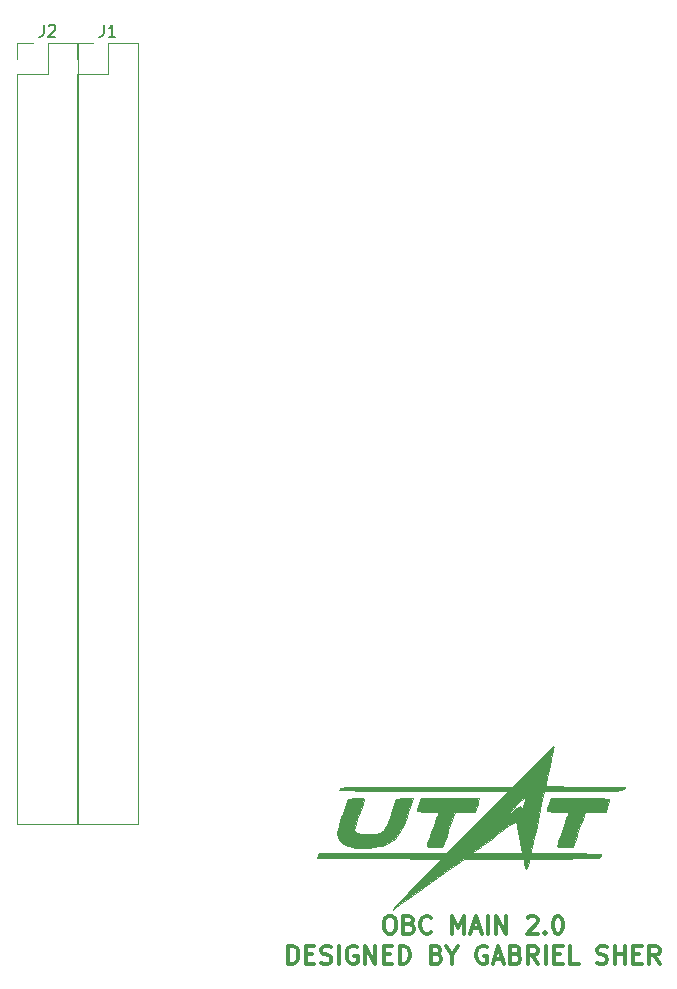
<source format=gbr>
G04 #@! TF.FileFunction,Legend,Top*
%FSLAX46Y46*%
G04 Gerber Fmt 4.6, Leading zero omitted, Abs format (unit mm)*
G04 Created by KiCad (PCBNEW 4.0.7) date 02/17/18 20:59:13*
%MOMM*%
%LPD*%
G01*
G04 APERTURE LIST*
%ADD10C,0.100000*%
%ADD11C,0.300000*%
%ADD12C,0.120000*%
%ADD13C,0.010000*%
%ADD14C,0.150000*%
G04 APERTURE END LIST*
D10*
D11*
X135710714Y-134653571D02*
X135996428Y-134653571D01*
X136139286Y-134725000D01*
X136282143Y-134867857D01*
X136353571Y-135153571D01*
X136353571Y-135653571D01*
X136282143Y-135939286D01*
X136139286Y-136082143D01*
X135996428Y-136153571D01*
X135710714Y-136153571D01*
X135567857Y-136082143D01*
X135425000Y-135939286D01*
X135353571Y-135653571D01*
X135353571Y-135153571D01*
X135425000Y-134867857D01*
X135567857Y-134725000D01*
X135710714Y-134653571D01*
X137496429Y-135367857D02*
X137710715Y-135439286D01*
X137782143Y-135510714D01*
X137853572Y-135653571D01*
X137853572Y-135867857D01*
X137782143Y-136010714D01*
X137710715Y-136082143D01*
X137567857Y-136153571D01*
X136996429Y-136153571D01*
X136996429Y-134653571D01*
X137496429Y-134653571D01*
X137639286Y-134725000D01*
X137710715Y-134796429D01*
X137782143Y-134939286D01*
X137782143Y-135082143D01*
X137710715Y-135225000D01*
X137639286Y-135296429D01*
X137496429Y-135367857D01*
X136996429Y-135367857D01*
X139353572Y-136010714D02*
X139282143Y-136082143D01*
X139067857Y-136153571D01*
X138925000Y-136153571D01*
X138710715Y-136082143D01*
X138567857Y-135939286D01*
X138496429Y-135796429D01*
X138425000Y-135510714D01*
X138425000Y-135296429D01*
X138496429Y-135010714D01*
X138567857Y-134867857D01*
X138710715Y-134725000D01*
X138925000Y-134653571D01*
X139067857Y-134653571D01*
X139282143Y-134725000D01*
X139353572Y-134796429D01*
X141139286Y-136153571D02*
X141139286Y-134653571D01*
X141639286Y-135725000D01*
X142139286Y-134653571D01*
X142139286Y-136153571D01*
X142782143Y-135725000D02*
X143496429Y-135725000D01*
X142639286Y-136153571D02*
X143139286Y-134653571D01*
X143639286Y-136153571D01*
X144139286Y-136153571D02*
X144139286Y-134653571D01*
X144853572Y-136153571D02*
X144853572Y-134653571D01*
X145710715Y-136153571D01*
X145710715Y-134653571D01*
X147496429Y-134796429D02*
X147567858Y-134725000D01*
X147710715Y-134653571D01*
X148067858Y-134653571D01*
X148210715Y-134725000D01*
X148282144Y-134796429D01*
X148353572Y-134939286D01*
X148353572Y-135082143D01*
X148282144Y-135296429D01*
X147425001Y-136153571D01*
X148353572Y-136153571D01*
X148996429Y-136010714D02*
X149067857Y-136082143D01*
X148996429Y-136153571D01*
X148925000Y-136082143D01*
X148996429Y-136010714D01*
X148996429Y-136153571D01*
X149996429Y-134653571D02*
X150139286Y-134653571D01*
X150282143Y-134725000D01*
X150353572Y-134796429D01*
X150425001Y-134939286D01*
X150496429Y-135225000D01*
X150496429Y-135582143D01*
X150425001Y-135867857D01*
X150353572Y-136010714D01*
X150282143Y-136082143D01*
X150139286Y-136153571D01*
X149996429Y-136153571D01*
X149853572Y-136082143D01*
X149782143Y-136010714D01*
X149710715Y-135867857D01*
X149639286Y-135582143D01*
X149639286Y-135225000D01*
X149710715Y-134939286D01*
X149782143Y-134796429D01*
X149853572Y-134725000D01*
X149996429Y-134653571D01*
X127246429Y-138703571D02*
X127246429Y-137203571D01*
X127603572Y-137203571D01*
X127817857Y-137275000D01*
X127960715Y-137417857D01*
X128032143Y-137560714D01*
X128103572Y-137846429D01*
X128103572Y-138060714D01*
X128032143Y-138346429D01*
X127960715Y-138489286D01*
X127817857Y-138632143D01*
X127603572Y-138703571D01*
X127246429Y-138703571D01*
X128746429Y-137917857D02*
X129246429Y-137917857D01*
X129460715Y-138703571D02*
X128746429Y-138703571D01*
X128746429Y-137203571D01*
X129460715Y-137203571D01*
X130032143Y-138632143D02*
X130246429Y-138703571D01*
X130603572Y-138703571D01*
X130746429Y-138632143D01*
X130817858Y-138560714D01*
X130889286Y-138417857D01*
X130889286Y-138275000D01*
X130817858Y-138132143D01*
X130746429Y-138060714D01*
X130603572Y-137989286D01*
X130317858Y-137917857D01*
X130175000Y-137846429D01*
X130103572Y-137775000D01*
X130032143Y-137632143D01*
X130032143Y-137489286D01*
X130103572Y-137346429D01*
X130175000Y-137275000D01*
X130317858Y-137203571D01*
X130675000Y-137203571D01*
X130889286Y-137275000D01*
X131532143Y-138703571D02*
X131532143Y-137203571D01*
X133032143Y-137275000D02*
X132889286Y-137203571D01*
X132675000Y-137203571D01*
X132460715Y-137275000D01*
X132317857Y-137417857D01*
X132246429Y-137560714D01*
X132175000Y-137846429D01*
X132175000Y-138060714D01*
X132246429Y-138346429D01*
X132317857Y-138489286D01*
X132460715Y-138632143D01*
X132675000Y-138703571D01*
X132817857Y-138703571D01*
X133032143Y-138632143D01*
X133103572Y-138560714D01*
X133103572Y-138060714D01*
X132817857Y-138060714D01*
X133746429Y-138703571D02*
X133746429Y-137203571D01*
X134603572Y-138703571D01*
X134603572Y-137203571D01*
X135317858Y-137917857D02*
X135817858Y-137917857D01*
X136032144Y-138703571D02*
X135317858Y-138703571D01*
X135317858Y-137203571D01*
X136032144Y-137203571D01*
X136675001Y-138703571D02*
X136675001Y-137203571D01*
X137032144Y-137203571D01*
X137246429Y-137275000D01*
X137389287Y-137417857D01*
X137460715Y-137560714D01*
X137532144Y-137846429D01*
X137532144Y-138060714D01*
X137460715Y-138346429D01*
X137389287Y-138489286D01*
X137246429Y-138632143D01*
X137032144Y-138703571D01*
X136675001Y-138703571D01*
X139817858Y-137917857D02*
X140032144Y-137989286D01*
X140103572Y-138060714D01*
X140175001Y-138203571D01*
X140175001Y-138417857D01*
X140103572Y-138560714D01*
X140032144Y-138632143D01*
X139889286Y-138703571D01*
X139317858Y-138703571D01*
X139317858Y-137203571D01*
X139817858Y-137203571D01*
X139960715Y-137275000D01*
X140032144Y-137346429D01*
X140103572Y-137489286D01*
X140103572Y-137632143D01*
X140032144Y-137775000D01*
X139960715Y-137846429D01*
X139817858Y-137917857D01*
X139317858Y-137917857D01*
X141103572Y-137989286D02*
X141103572Y-138703571D01*
X140603572Y-137203571D02*
X141103572Y-137989286D01*
X141603572Y-137203571D01*
X144032143Y-137275000D02*
X143889286Y-137203571D01*
X143675000Y-137203571D01*
X143460715Y-137275000D01*
X143317857Y-137417857D01*
X143246429Y-137560714D01*
X143175000Y-137846429D01*
X143175000Y-138060714D01*
X143246429Y-138346429D01*
X143317857Y-138489286D01*
X143460715Y-138632143D01*
X143675000Y-138703571D01*
X143817857Y-138703571D01*
X144032143Y-138632143D01*
X144103572Y-138560714D01*
X144103572Y-138060714D01*
X143817857Y-138060714D01*
X144675000Y-138275000D02*
X145389286Y-138275000D01*
X144532143Y-138703571D02*
X145032143Y-137203571D01*
X145532143Y-138703571D01*
X146532143Y-137917857D02*
X146746429Y-137989286D01*
X146817857Y-138060714D01*
X146889286Y-138203571D01*
X146889286Y-138417857D01*
X146817857Y-138560714D01*
X146746429Y-138632143D01*
X146603571Y-138703571D01*
X146032143Y-138703571D01*
X146032143Y-137203571D01*
X146532143Y-137203571D01*
X146675000Y-137275000D01*
X146746429Y-137346429D01*
X146817857Y-137489286D01*
X146817857Y-137632143D01*
X146746429Y-137775000D01*
X146675000Y-137846429D01*
X146532143Y-137917857D01*
X146032143Y-137917857D01*
X148389286Y-138703571D02*
X147889286Y-137989286D01*
X147532143Y-138703571D02*
X147532143Y-137203571D01*
X148103571Y-137203571D01*
X148246429Y-137275000D01*
X148317857Y-137346429D01*
X148389286Y-137489286D01*
X148389286Y-137703571D01*
X148317857Y-137846429D01*
X148246429Y-137917857D01*
X148103571Y-137989286D01*
X147532143Y-137989286D01*
X149032143Y-138703571D02*
X149032143Y-137203571D01*
X149746429Y-137917857D02*
X150246429Y-137917857D01*
X150460715Y-138703571D02*
X149746429Y-138703571D01*
X149746429Y-137203571D01*
X150460715Y-137203571D01*
X151817858Y-138703571D02*
X151103572Y-138703571D01*
X151103572Y-137203571D01*
X153389286Y-138632143D02*
X153603572Y-138703571D01*
X153960715Y-138703571D01*
X154103572Y-138632143D01*
X154175001Y-138560714D01*
X154246429Y-138417857D01*
X154246429Y-138275000D01*
X154175001Y-138132143D01*
X154103572Y-138060714D01*
X153960715Y-137989286D01*
X153675001Y-137917857D01*
X153532143Y-137846429D01*
X153460715Y-137775000D01*
X153389286Y-137632143D01*
X153389286Y-137489286D01*
X153460715Y-137346429D01*
X153532143Y-137275000D01*
X153675001Y-137203571D01*
X154032143Y-137203571D01*
X154246429Y-137275000D01*
X154889286Y-138703571D02*
X154889286Y-137203571D01*
X154889286Y-137917857D02*
X155746429Y-137917857D01*
X155746429Y-138703571D02*
X155746429Y-137203571D01*
X156460715Y-137917857D02*
X156960715Y-137917857D01*
X157175001Y-138703571D02*
X156460715Y-138703571D01*
X156460715Y-137203571D01*
X157175001Y-137203571D01*
X158675001Y-138703571D02*
X158175001Y-137989286D01*
X157817858Y-138703571D02*
X157817858Y-137203571D01*
X158389286Y-137203571D01*
X158532144Y-137275000D01*
X158603572Y-137346429D01*
X158675001Y-137489286D01*
X158675001Y-137703571D01*
X158603572Y-137846429D01*
X158532144Y-137917857D01*
X158389286Y-137989286D01*
X157817858Y-137989286D01*
D12*
X109340000Y-126910000D02*
X114540000Y-126910000D01*
X109340000Y-63350000D02*
X109340000Y-126910000D01*
X114540000Y-60750000D02*
X114540000Y-126910000D01*
X109340000Y-63350000D02*
X111940000Y-63350000D01*
X111940000Y-63350000D02*
X111940000Y-60750000D01*
X111940000Y-60750000D02*
X114540000Y-60750000D01*
X109340000Y-62080000D02*
X109340000Y-60750000D01*
X109340000Y-60750000D02*
X110670000Y-60750000D01*
X104260000Y-126910000D02*
X109460000Y-126910000D01*
X104260000Y-63350000D02*
X104260000Y-126910000D01*
X109460000Y-60750000D02*
X109460000Y-126910000D01*
X104260000Y-63350000D02*
X106860000Y-63350000D01*
X106860000Y-63350000D02*
X106860000Y-60750000D01*
X106860000Y-60750000D02*
X109460000Y-60750000D01*
X104260000Y-62080000D02*
X104260000Y-60750000D01*
X104260000Y-60750000D02*
X105590000Y-60750000D01*
D13*
G36*
X149690519Y-120280565D02*
X149703382Y-120328558D01*
X149696586Y-120441434D01*
X149666722Y-120637216D01*
X149610384Y-120933924D01*
X149524165Y-121349579D01*
X149404658Y-121902204D01*
X149259965Y-122557977D01*
X149172085Y-122960042D01*
X149100500Y-123299134D01*
X149052875Y-123538140D01*
X149036806Y-123638359D01*
X149121807Y-123655090D01*
X149364040Y-123670518D01*
X149744353Y-123684215D01*
X150243590Y-123695754D01*
X150842597Y-123704706D01*
X151522222Y-123710645D01*
X152263308Y-123713143D01*
X152388195Y-123713195D01*
X153137392Y-123714872D01*
X153828180Y-123719653D01*
X154441416Y-123727158D01*
X154957956Y-123737011D01*
X155358656Y-123748832D01*
X155624372Y-123762245D01*
X155735961Y-123776871D01*
X155738233Y-123779340D01*
X155729670Y-123850726D01*
X155696384Y-123909217D01*
X155622189Y-123956244D01*
X155490893Y-123993235D01*
X155286309Y-124021621D01*
X154992247Y-124042832D01*
X154592518Y-124058297D01*
X154070934Y-124069446D01*
X153411305Y-124077710D01*
X152597442Y-124084517D01*
X152255435Y-124086943D01*
X148912656Y-124110070D01*
X148678537Y-125168403D01*
X148462718Y-126146992D01*
X148273890Y-127009329D01*
X148113992Y-127746342D01*
X147984966Y-128348956D01*
X147888750Y-128808101D01*
X147827287Y-129114702D01*
X147802515Y-129259687D01*
X147802083Y-129266900D01*
X147890182Y-129295455D01*
X148154259Y-129318642D01*
X148593985Y-129336454D01*
X149209030Y-129348879D01*
X149999064Y-129355908D01*
X150756597Y-129357639D01*
X151525074Y-129359984D01*
X152203056Y-129366731D01*
X152774755Y-129377446D01*
X153224384Y-129391698D01*
X153536155Y-129409053D01*
X153694279Y-129429079D01*
X153711111Y-129438620D01*
X153709219Y-129533939D01*
X153692088Y-129610748D01*
X153642532Y-129671045D01*
X153543368Y-129716828D01*
X153377411Y-129750094D01*
X153127477Y-129772842D01*
X152776381Y-129787069D01*
X152306939Y-129794774D01*
X151701967Y-129797955D01*
X150944280Y-129798609D01*
X150614870Y-129798611D01*
X149773866Y-129799974D01*
X149095028Y-129804411D01*
X148564148Y-129812446D01*
X148167022Y-129824603D01*
X147889444Y-129841406D01*
X147717208Y-129863379D01*
X147636108Y-129891045D01*
X147625203Y-129908854D01*
X147599443Y-130099285D01*
X147537548Y-130331547D01*
X147460605Y-130542286D01*
X147389701Y-130668152D01*
X147368328Y-130680556D01*
X147316441Y-130601505D01*
X147263296Y-130399317D01*
X147237144Y-130239583D01*
X147178647Y-129798611D01*
X142136836Y-129798611D01*
X140978661Y-130620652D01*
X140480517Y-130975666D01*
X139900901Y-131391033D01*
X139300717Y-131822980D01*
X138740867Y-132227731D01*
X138555231Y-132362492D01*
X137807608Y-132905002D01*
X137198640Y-133344707D01*
X136725248Y-133683798D01*
X136384354Y-133924467D01*
X136172877Y-134068906D01*
X136087739Y-134119306D01*
X136086921Y-134119397D01*
X136081063Y-134057617D01*
X136086921Y-134039494D01*
X136153776Y-133959384D01*
X136329952Y-133769224D01*
X136600714Y-133484351D01*
X136951324Y-133120101D01*
X137367043Y-132691813D01*
X137833135Y-132214823D01*
X138162533Y-131879417D01*
X140208747Y-129799985D01*
X134933324Y-129777249D01*
X129657901Y-129754514D01*
X129731317Y-129556076D01*
X129804733Y-129357639D01*
X140638835Y-129357639D01*
X142741096Y-129357639D01*
X147062672Y-129357639D01*
X146802039Y-128012674D01*
X146711151Y-127549274D01*
X146630988Y-127151089D01*
X146567810Y-126848408D01*
X146527882Y-126671522D01*
X146517950Y-126638625D01*
X146442888Y-126677936D01*
X146251269Y-126805479D01*
X145967913Y-127004007D01*
X145617642Y-127256273D01*
X145406449Y-127410950D01*
X144942261Y-127752250D01*
X144447507Y-128115021D01*
X143976629Y-128459402D01*
X143584066Y-128745535D01*
X143529749Y-128784999D01*
X142741096Y-129357639D01*
X140638835Y-129357639D01*
X143245787Y-126733854D01*
X143882419Y-126093111D01*
X145780083Y-126093111D01*
X145781570Y-126094444D01*
X145871557Y-126045577D01*
X146060513Y-125917581D01*
X146302778Y-125741667D01*
X146551945Y-125562653D01*
X146746289Y-125435693D01*
X146841930Y-125388889D01*
X146916764Y-125461931D01*
X146970152Y-125583917D01*
X147010857Y-125652680D01*
X147060201Y-125597424D01*
X147127792Y-125400032D01*
X147191257Y-125167018D01*
X147266355Y-124865106D01*
X147315858Y-124639872D01*
X147330074Y-124535836D01*
X147329150Y-124533780D01*
X147262809Y-124584337D01*
X147096833Y-124737763D01*
X146855272Y-124971169D01*
X146562173Y-125261663D01*
X146520515Y-125303456D01*
X146228432Y-125600476D01*
X145993162Y-125846616D01*
X145836461Y-126018589D01*
X145780083Y-126093111D01*
X143882419Y-126093111D01*
X145852739Y-124110070D01*
X138713522Y-124087502D01*
X137608506Y-124083219D01*
X136555839Y-124077600D01*
X135568642Y-124070807D01*
X134660035Y-124063004D01*
X133843139Y-124054352D01*
X133131074Y-124045012D01*
X132536960Y-124035148D01*
X132073918Y-124024921D01*
X131755068Y-124014494D01*
X131593530Y-124004028D01*
X131575656Y-123999308D01*
X131579220Y-123947758D01*
X131595079Y-123902711D01*
X131634370Y-123863733D01*
X131708235Y-123830391D01*
X131827813Y-123802253D01*
X132004243Y-123778885D01*
X132248666Y-123759855D01*
X132572222Y-123744729D01*
X132986049Y-123733074D01*
X133501288Y-123724459D01*
X134129078Y-123718448D01*
X134880560Y-123714611D01*
X135766873Y-123712512D01*
X136799156Y-123711721D01*
X137988550Y-123711803D01*
X138963248Y-123712166D01*
X146206992Y-123715177D01*
X147924225Y-121973340D01*
X148372584Y-121521969D01*
X148780775Y-121117563D01*
X149132608Y-120775636D01*
X149411895Y-120511703D01*
X149602447Y-120341280D01*
X149688075Y-120279882D01*
X149690519Y-120280565D01*
X149690519Y-120280565D01*
G37*
X149690519Y-120280565D02*
X149703382Y-120328558D01*
X149696586Y-120441434D01*
X149666722Y-120637216D01*
X149610384Y-120933924D01*
X149524165Y-121349579D01*
X149404658Y-121902204D01*
X149259965Y-122557977D01*
X149172085Y-122960042D01*
X149100500Y-123299134D01*
X149052875Y-123538140D01*
X149036806Y-123638359D01*
X149121807Y-123655090D01*
X149364040Y-123670518D01*
X149744353Y-123684215D01*
X150243590Y-123695754D01*
X150842597Y-123704706D01*
X151522222Y-123710645D01*
X152263308Y-123713143D01*
X152388195Y-123713195D01*
X153137392Y-123714872D01*
X153828180Y-123719653D01*
X154441416Y-123727158D01*
X154957956Y-123737011D01*
X155358656Y-123748832D01*
X155624372Y-123762245D01*
X155735961Y-123776871D01*
X155738233Y-123779340D01*
X155729670Y-123850726D01*
X155696384Y-123909217D01*
X155622189Y-123956244D01*
X155490893Y-123993235D01*
X155286309Y-124021621D01*
X154992247Y-124042832D01*
X154592518Y-124058297D01*
X154070934Y-124069446D01*
X153411305Y-124077710D01*
X152597442Y-124084517D01*
X152255435Y-124086943D01*
X148912656Y-124110070D01*
X148678537Y-125168403D01*
X148462718Y-126146992D01*
X148273890Y-127009329D01*
X148113992Y-127746342D01*
X147984966Y-128348956D01*
X147888750Y-128808101D01*
X147827287Y-129114702D01*
X147802515Y-129259687D01*
X147802083Y-129266900D01*
X147890182Y-129295455D01*
X148154259Y-129318642D01*
X148593985Y-129336454D01*
X149209030Y-129348879D01*
X149999064Y-129355908D01*
X150756597Y-129357639D01*
X151525074Y-129359984D01*
X152203056Y-129366731D01*
X152774755Y-129377446D01*
X153224384Y-129391698D01*
X153536155Y-129409053D01*
X153694279Y-129429079D01*
X153711111Y-129438620D01*
X153709219Y-129533939D01*
X153692088Y-129610748D01*
X153642532Y-129671045D01*
X153543368Y-129716828D01*
X153377411Y-129750094D01*
X153127477Y-129772842D01*
X152776381Y-129787069D01*
X152306939Y-129794774D01*
X151701967Y-129797955D01*
X150944280Y-129798609D01*
X150614870Y-129798611D01*
X149773866Y-129799974D01*
X149095028Y-129804411D01*
X148564148Y-129812446D01*
X148167022Y-129824603D01*
X147889444Y-129841406D01*
X147717208Y-129863379D01*
X147636108Y-129891045D01*
X147625203Y-129908854D01*
X147599443Y-130099285D01*
X147537548Y-130331547D01*
X147460605Y-130542286D01*
X147389701Y-130668152D01*
X147368328Y-130680556D01*
X147316441Y-130601505D01*
X147263296Y-130399317D01*
X147237144Y-130239583D01*
X147178647Y-129798611D01*
X142136836Y-129798611D01*
X140978661Y-130620652D01*
X140480517Y-130975666D01*
X139900901Y-131391033D01*
X139300717Y-131822980D01*
X138740867Y-132227731D01*
X138555231Y-132362492D01*
X137807608Y-132905002D01*
X137198640Y-133344707D01*
X136725248Y-133683798D01*
X136384354Y-133924467D01*
X136172877Y-134068906D01*
X136087739Y-134119306D01*
X136086921Y-134119397D01*
X136081063Y-134057617D01*
X136086921Y-134039494D01*
X136153776Y-133959384D01*
X136329952Y-133769224D01*
X136600714Y-133484351D01*
X136951324Y-133120101D01*
X137367043Y-132691813D01*
X137833135Y-132214823D01*
X138162533Y-131879417D01*
X140208747Y-129799985D01*
X134933324Y-129777249D01*
X129657901Y-129754514D01*
X129731317Y-129556076D01*
X129804733Y-129357639D01*
X140638835Y-129357639D01*
X142741096Y-129357639D01*
X147062672Y-129357639D01*
X146802039Y-128012674D01*
X146711151Y-127549274D01*
X146630988Y-127151089D01*
X146567810Y-126848408D01*
X146527882Y-126671522D01*
X146517950Y-126638625D01*
X146442888Y-126677936D01*
X146251269Y-126805479D01*
X145967913Y-127004007D01*
X145617642Y-127256273D01*
X145406449Y-127410950D01*
X144942261Y-127752250D01*
X144447507Y-128115021D01*
X143976629Y-128459402D01*
X143584066Y-128745535D01*
X143529749Y-128784999D01*
X142741096Y-129357639D01*
X140638835Y-129357639D01*
X143245787Y-126733854D01*
X143882419Y-126093111D01*
X145780083Y-126093111D01*
X145781570Y-126094444D01*
X145871557Y-126045577D01*
X146060513Y-125917581D01*
X146302778Y-125741667D01*
X146551945Y-125562653D01*
X146746289Y-125435693D01*
X146841930Y-125388889D01*
X146916764Y-125461931D01*
X146970152Y-125583917D01*
X147010857Y-125652680D01*
X147060201Y-125597424D01*
X147127792Y-125400032D01*
X147191257Y-125167018D01*
X147266355Y-124865106D01*
X147315858Y-124639872D01*
X147330074Y-124535836D01*
X147329150Y-124533780D01*
X147262809Y-124584337D01*
X147096833Y-124737763D01*
X146855272Y-124971169D01*
X146562173Y-125261663D01*
X146520515Y-125303456D01*
X146228432Y-125600476D01*
X145993162Y-125846616D01*
X145836461Y-126018589D01*
X145780083Y-126093111D01*
X143882419Y-126093111D01*
X145852739Y-124110070D01*
X138713522Y-124087502D01*
X137608506Y-124083219D01*
X136555839Y-124077600D01*
X135568642Y-124070807D01*
X134660035Y-124063004D01*
X133843139Y-124054352D01*
X133131074Y-124045012D01*
X132536960Y-124035148D01*
X132073918Y-124024921D01*
X131755068Y-124014494D01*
X131593530Y-124004028D01*
X131575656Y-123999308D01*
X131579220Y-123947758D01*
X131595079Y-123902711D01*
X131634370Y-123863733D01*
X131708235Y-123830391D01*
X131827813Y-123802253D01*
X132004243Y-123778885D01*
X132248666Y-123759855D01*
X132572222Y-123744729D01*
X132986049Y-123733074D01*
X133501288Y-123724459D01*
X134129078Y-123718448D01*
X134880560Y-123714611D01*
X135766873Y-123712512D01*
X136799156Y-123711721D01*
X137988550Y-123711803D01*
X138963248Y-123712166D01*
X146206992Y-123715177D01*
X147924225Y-121973340D01*
X148372584Y-121521969D01*
X148780775Y-121117563D01*
X149132608Y-120775636D01*
X149411895Y-120511703D01*
X149602447Y-120341280D01*
X149688075Y-120279882D01*
X149690519Y-120280565D01*
G36*
X137709494Y-124921969D02*
X137647378Y-125135606D01*
X137539362Y-125466354D01*
X137402151Y-125866421D01*
X137252453Y-126288012D01*
X137106973Y-126683333D01*
X136982418Y-127004593D01*
X136975968Y-127020486D01*
X136651723Y-127648236D01*
X136240225Y-128132605D01*
X135720758Y-128493569D01*
X135234375Y-128699913D01*
X134908545Y-128776370D01*
X134467115Y-128834937D01*
X133965733Y-128872949D01*
X133460045Y-128887743D01*
X133005700Y-128876652D01*
X132658344Y-128837011D01*
X132607724Y-128825704D01*
X132068464Y-128632659D01*
X131687092Y-128364905D01*
X131464779Y-128023586D01*
X131401712Y-127648002D01*
X131434449Y-127424357D01*
X131522787Y-127072756D01*
X131656551Y-126628911D01*
X131825569Y-126128532D01*
X131869431Y-126006250D01*
X132333355Y-124727431D01*
X133012164Y-124701672D01*
X133332663Y-124698207D01*
X133571601Y-124712191D01*
X133686538Y-124740675D01*
X133690972Y-124748837D01*
X133662232Y-124853607D01*
X133583183Y-125092536D01*
X133464581Y-125434301D01*
X133317182Y-125847580D01*
X133250000Y-126032956D01*
X133093141Y-126472181D01*
X132960877Y-126858528D01*
X132864110Y-127158896D01*
X132813742Y-127340188D01*
X132809028Y-127371750D01*
X132889040Y-127523969D01*
X133105136Y-127636816D01*
X133421410Y-127710051D01*
X133801954Y-127743436D01*
X134210859Y-127736734D01*
X134612218Y-127689707D01*
X134970123Y-127602115D01*
X135248666Y-127473721D01*
X135352239Y-127388622D01*
X135446838Y-127236134D01*
X135580322Y-126951735D01*
X135737339Y-126571355D01*
X135902538Y-126130927D01*
X135962896Y-125959265D01*
X136387992Y-124727431D01*
X137078494Y-124701482D01*
X137768996Y-124675534D01*
X137709494Y-124921969D01*
X137709494Y-124921969D01*
G37*
X137709494Y-124921969D02*
X137647378Y-125135606D01*
X137539362Y-125466354D01*
X137402151Y-125866421D01*
X137252453Y-126288012D01*
X137106973Y-126683333D01*
X136982418Y-127004593D01*
X136975968Y-127020486D01*
X136651723Y-127648236D01*
X136240225Y-128132605D01*
X135720758Y-128493569D01*
X135234375Y-128699913D01*
X134908545Y-128776370D01*
X134467115Y-128834937D01*
X133965733Y-128872949D01*
X133460045Y-128887743D01*
X133005700Y-128876652D01*
X132658344Y-128837011D01*
X132607724Y-128825704D01*
X132068464Y-128632659D01*
X131687092Y-128364905D01*
X131464779Y-128023586D01*
X131401712Y-127648002D01*
X131434449Y-127424357D01*
X131522787Y-127072756D01*
X131656551Y-126628911D01*
X131825569Y-126128532D01*
X131869431Y-126006250D01*
X132333355Y-124727431D01*
X133012164Y-124701672D01*
X133332663Y-124698207D01*
X133571601Y-124712191D01*
X133686538Y-124740675D01*
X133690972Y-124748837D01*
X133662232Y-124853607D01*
X133583183Y-125092536D01*
X133464581Y-125434301D01*
X133317182Y-125847580D01*
X133250000Y-126032956D01*
X133093141Y-126472181D01*
X132960877Y-126858528D01*
X132864110Y-127158896D01*
X132813742Y-127340188D01*
X132809028Y-127371750D01*
X132889040Y-127523969D01*
X133105136Y-127636816D01*
X133421410Y-127710051D01*
X133801954Y-127743436D01*
X134210859Y-127736734D01*
X134612218Y-127689707D01*
X134970123Y-127602115D01*
X135248666Y-127473721D01*
X135352239Y-127388622D01*
X135446838Y-127236134D01*
X135580322Y-126951735D01*
X135737339Y-126571355D01*
X135902538Y-126130927D01*
X135962896Y-125959265D01*
X136387992Y-124727431D01*
X137078494Y-124701482D01*
X137768996Y-124675534D01*
X137709494Y-124921969D01*
G36*
X143345485Y-124960567D02*
X143265421Y-125245860D01*
X143162241Y-125530636D01*
X143039887Y-125823470D01*
X142190328Y-125848714D01*
X141340770Y-125873958D01*
X140955869Y-126976389D01*
X140797869Y-127426928D01*
X140647390Y-127852467D01*
X140520859Y-128206776D01*
X140434702Y-128443623D01*
X140430967Y-128453646D01*
X140290967Y-128828472D01*
X139636803Y-128828472D01*
X139288512Y-128821118D01*
X139084983Y-128794939D01*
X138995046Y-128743761D01*
X138982639Y-128698900D01*
X139011595Y-128575140D01*
X139091577Y-128317219D01*
X139212256Y-127956346D01*
X139363305Y-127523735D01*
X139467708Y-127233088D01*
X139631303Y-126780454D01*
X139771347Y-126389220D01*
X139877730Y-126087933D01*
X139940341Y-125905142D01*
X139952778Y-125863355D01*
X139870659Y-125849605D01*
X139648594Y-125838591D01*
X139323021Y-125831630D01*
X139026736Y-125829861D01*
X138646602Y-125822737D01*
X138342087Y-125803473D01*
X138149620Y-125775229D01*
X138100695Y-125749515D01*
X138130225Y-125629318D01*
X138206748Y-125400191D01*
X138289323Y-125176251D01*
X138477952Y-124683333D01*
X143406376Y-124683333D01*
X143345485Y-124960567D01*
X143345485Y-124960567D01*
G37*
X143345485Y-124960567D02*
X143265421Y-125245860D01*
X143162241Y-125530636D01*
X143039887Y-125823470D01*
X142190328Y-125848714D01*
X141340770Y-125873958D01*
X140955869Y-126976389D01*
X140797869Y-127426928D01*
X140647390Y-127852467D01*
X140520859Y-128206776D01*
X140434702Y-128443623D01*
X140430967Y-128453646D01*
X140290967Y-128828472D01*
X139636803Y-128828472D01*
X139288512Y-128821118D01*
X139084983Y-128794939D01*
X138995046Y-128743761D01*
X138982639Y-128698900D01*
X139011595Y-128575140D01*
X139091577Y-128317219D01*
X139212256Y-127956346D01*
X139363305Y-127523735D01*
X139467708Y-127233088D01*
X139631303Y-126780454D01*
X139771347Y-126389220D01*
X139877730Y-126087933D01*
X139940341Y-125905142D01*
X139952778Y-125863355D01*
X139870659Y-125849605D01*
X139648594Y-125838591D01*
X139323021Y-125831630D01*
X139026736Y-125829861D01*
X138646602Y-125822737D01*
X138342087Y-125803473D01*
X138149620Y-125775229D01*
X138100695Y-125749515D01*
X138130225Y-125629318D01*
X138206748Y-125400191D01*
X138289323Y-125176251D01*
X138477952Y-124683333D01*
X143406376Y-124683333D01*
X143345485Y-124960567D01*
G36*
X152731872Y-124685467D02*
X153346244Y-124692210D01*
X153809075Y-124704081D01*
X154132765Y-124721596D01*
X154329715Y-124745271D01*
X154412325Y-124775623D01*
X154416667Y-124785942D01*
X154390667Y-124921941D01*
X154323754Y-125162973D01*
X154262326Y-125358568D01*
X154107986Y-125828584D01*
X153255801Y-125829223D01*
X152403615Y-125829861D01*
X152177191Y-126425174D01*
X152046130Y-126778833D01*
X151885277Y-127226045D01*
X151720984Y-127693144D01*
X151648760Y-127902431D01*
X151346752Y-128784375D01*
X150676848Y-128810134D01*
X150316186Y-128815957D01*
X150104211Y-128796954D01*
X150014511Y-128749608D01*
X150006945Y-128720935D01*
X150035599Y-128602406D01*
X150114786Y-128348933D01*
X150234344Y-127991192D01*
X150384109Y-127559855D01*
X150492014Y-127256853D01*
X150655017Y-126801217D01*
X150794688Y-126406458D01*
X150901035Y-126101171D01*
X150964064Y-125913954D01*
X150977083Y-125868794D01*
X150894966Y-125852811D01*
X150672903Y-125840008D01*
X150347332Y-125831917D01*
X150051042Y-125829861D01*
X149649075Y-125822250D01*
X149342138Y-125801289D01*
X149160889Y-125769789D01*
X149125000Y-125744975D01*
X149154000Y-125621719D01*
X149229057Y-125390294D01*
X149307726Y-125171711D01*
X149490451Y-124683333D01*
X151953559Y-124683333D01*
X152731872Y-124685467D01*
X152731872Y-124685467D01*
G37*
X152731872Y-124685467D02*
X153346244Y-124692210D01*
X153809075Y-124704081D01*
X154132765Y-124721596D01*
X154329715Y-124745271D01*
X154412325Y-124775623D01*
X154416667Y-124785942D01*
X154390667Y-124921941D01*
X154323754Y-125162973D01*
X154262326Y-125358568D01*
X154107986Y-125828584D01*
X153255801Y-125829223D01*
X152403615Y-125829861D01*
X152177191Y-126425174D01*
X152046130Y-126778833D01*
X151885277Y-127226045D01*
X151720984Y-127693144D01*
X151648760Y-127902431D01*
X151346752Y-128784375D01*
X150676848Y-128810134D01*
X150316186Y-128815957D01*
X150104211Y-128796954D01*
X150014511Y-128749608D01*
X150006945Y-128720935D01*
X150035599Y-128602406D01*
X150114786Y-128348933D01*
X150234344Y-127991192D01*
X150384109Y-127559855D01*
X150492014Y-127256853D01*
X150655017Y-126801217D01*
X150794688Y-126406458D01*
X150901035Y-126101171D01*
X150964064Y-125913954D01*
X150977083Y-125868794D01*
X150894966Y-125852811D01*
X150672903Y-125840008D01*
X150347332Y-125831917D01*
X150051042Y-125829861D01*
X149649075Y-125822250D01*
X149342138Y-125801289D01*
X149160889Y-125769789D01*
X149125000Y-125744975D01*
X149154000Y-125621719D01*
X149229057Y-125390294D01*
X149307726Y-125171711D01*
X149490451Y-124683333D01*
X151953559Y-124683333D01*
X152731872Y-124685467D01*
D14*
X111606667Y-59202381D02*
X111606667Y-59916667D01*
X111559047Y-60059524D01*
X111463809Y-60154762D01*
X111320952Y-60202381D01*
X111225714Y-60202381D01*
X112606667Y-60202381D02*
X112035238Y-60202381D01*
X112320952Y-60202381D02*
X112320952Y-59202381D01*
X112225714Y-59345238D01*
X112130476Y-59440476D01*
X112035238Y-59488095D01*
X106526667Y-59202381D02*
X106526667Y-59916667D01*
X106479047Y-60059524D01*
X106383809Y-60154762D01*
X106240952Y-60202381D01*
X106145714Y-60202381D01*
X106955238Y-59297619D02*
X107002857Y-59250000D01*
X107098095Y-59202381D01*
X107336191Y-59202381D01*
X107431429Y-59250000D01*
X107479048Y-59297619D01*
X107526667Y-59392857D01*
X107526667Y-59488095D01*
X107479048Y-59630952D01*
X106907619Y-60202381D01*
X107526667Y-60202381D01*
M02*

</source>
